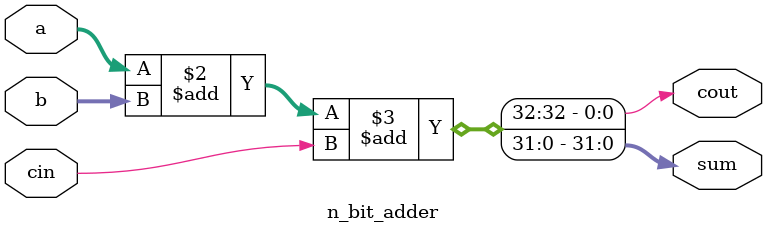
<source format=v>

module n_bit_adder #(parameter N = 32) (a,b,cin,sum,cout);
    input[N-1:0] a,b;
    input cin;
    output reg [N-1:0] sum;
    output reg cout;
    always @(a or b or cin) begin
        {cout,sum} = a + b + cin;
    end
    
endmodule
</source>
